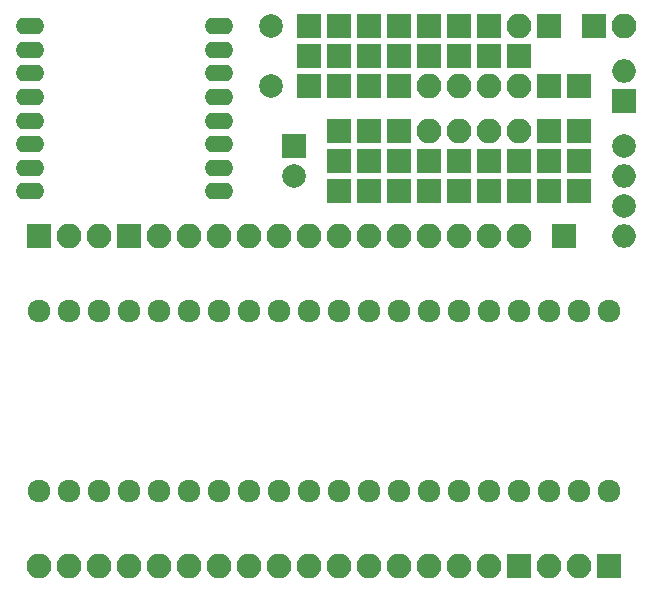
<source format=gbr>
G04 #@! TF.FileFunction,Soldermask,Top*
%FSLAX46Y46*%
G04 Gerber Fmt 4.6, Leading zero omitted, Abs format (unit mm)*
G04 Created by KiCad (PCBNEW 4.0.6-e0-6349~53~ubuntu16.04.1) date Sun Apr  2 13:26:43 2017*
%MOMM*%
%LPD*%
G01*
G04 APERTURE LIST*
%ADD10C,0.100000*%
%ADD11C,1.924000*%
%ADD12O,2.400000X1.400000*%
%ADD13C,2.000000*%
%ADD14O,2.000000X2.000000*%
%ADD15R,2.000000X2.000000*%
%ADD16R,2.100000X2.100000*%
%ADD17O,2.100000X2.100000*%
G04 APERTURE END LIST*
D10*
D11*
X87630000Y-97790000D03*
X90170000Y-97790000D03*
X92710000Y-97790000D03*
X95250000Y-97790000D03*
X97790000Y-97790000D03*
X100330000Y-97790000D03*
X102870000Y-97790000D03*
X105410000Y-97790000D03*
X107950000Y-97790000D03*
X110490000Y-97790000D03*
X113030000Y-97790000D03*
X115570000Y-97790000D03*
X118110000Y-97790000D03*
X120650000Y-97790000D03*
X123190000Y-97790000D03*
X125730000Y-97790000D03*
X128270000Y-97790000D03*
X130810000Y-97790000D03*
X133350000Y-97790000D03*
X135890000Y-97790000D03*
X135890000Y-82550000D03*
X133350000Y-82550000D03*
X130810000Y-82550000D03*
X128270000Y-82550000D03*
X125730000Y-82550000D03*
X123190000Y-82550000D03*
X120650000Y-82550000D03*
X118110000Y-82550000D03*
X115570000Y-82550000D03*
X113030000Y-82550000D03*
X110490000Y-82550000D03*
X107950000Y-82550000D03*
X105410000Y-82550000D03*
X102870000Y-82550000D03*
X100330000Y-82550000D03*
X97790000Y-82550000D03*
X95250000Y-82550000D03*
X92710000Y-82550000D03*
X90170000Y-82550000D03*
X87630000Y-82550000D03*
D12*
X102870000Y-72390000D03*
X102870000Y-70390000D03*
X102870000Y-68390000D03*
X102870000Y-66390000D03*
X102870000Y-64390000D03*
X102870000Y-62390000D03*
X102870000Y-60390000D03*
X102870000Y-58390000D03*
X86870000Y-58390000D03*
X86870000Y-60390000D03*
X86870000Y-62390000D03*
X86870000Y-64390000D03*
X86870000Y-66390000D03*
X86870000Y-68390000D03*
X86870000Y-70390000D03*
X86870000Y-72390000D03*
D13*
X107315000Y-58420000D03*
X107315000Y-63420000D03*
X137160000Y-68580000D03*
D14*
X137160000Y-71120000D03*
D13*
X137160000Y-73660000D03*
D14*
X137160000Y-76200000D03*
D15*
X109220000Y-68580000D03*
D13*
X109220000Y-71080000D03*
D16*
X130810000Y-58420000D03*
D17*
X128270000Y-58420000D03*
D16*
X134620000Y-58420000D03*
D17*
X137160000Y-58420000D03*
D15*
X137160000Y-64770000D03*
D14*
X137160000Y-62230000D03*
D16*
X128270000Y-104140000D03*
D17*
X125730000Y-104140000D03*
X123190000Y-104140000D03*
X120650000Y-104140000D03*
X118110000Y-104140000D03*
X115570000Y-104140000D03*
X113030000Y-104140000D03*
X110490000Y-104140000D03*
X107950000Y-104140000D03*
X105410000Y-104140000D03*
X102870000Y-104140000D03*
X100330000Y-104140000D03*
X97790000Y-104140000D03*
X95250000Y-104140000D03*
X92710000Y-104140000D03*
X90170000Y-104140000D03*
X87630000Y-104140000D03*
D16*
X135890000Y-104140000D03*
D17*
X133350000Y-104140000D03*
X130810000Y-104140000D03*
D16*
X87630000Y-76200000D03*
D17*
X90170000Y-76200000D03*
X92710000Y-76200000D03*
D16*
X132080000Y-76200000D03*
X95250000Y-76200000D03*
D17*
X97790000Y-76200000D03*
X100330000Y-76200000D03*
X102870000Y-76200000D03*
X105410000Y-76200000D03*
X107950000Y-76200000D03*
X110490000Y-76200000D03*
X113030000Y-76200000D03*
X115570000Y-76200000D03*
X118110000Y-76200000D03*
X120650000Y-76200000D03*
X123190000Y-76200000D03*
X125730000Y-76200000D03*
X128270000Y-76200000D03*
D16*
X118110000Y-67310000D03*
D17*
X120650000Y-67310000D03*
X123190000Y-67310000D03*
X125730000Y-67310000D03*
X128270000Y-67310000D03*
D16*
X118110000Y-63500000D03*
D17*
X120650000Y-63500000D03*
X123190000Y-63500000D03*
X125730000Y-63500000D03*
X128270000Y-63500000D03*
D16*
X115570000Y-69850000D03*
X118110000Y-69850000D03*
X120650000Y-69850000D03*
X123190000Y-69850000D03*
X125730000Y-69850000D03*
X128270000Y-69850000D03*
X130810000Y-72390000D03*
X133350000Y-72390000D03*
X133350000Y-69850000D03*
X133350000Y-67310000D03*
X133350000Y-63500000D03*
X115570000Y-63500000D03*
X113030000Y-63500000D03*
X113030000Y-60960000D03*
X118110000Y-60960000D03*
X120650000Y-60960000D03*
X123190000Y-60960000D03*
X125730000Y-60960000D03*
X123190000Y-58420000D03*
X120650000Y-58420000D03*
X118110000Y-58420000D03*
X115570000Y-58420000D03*
X130810000Y-69850000D03*
X128270000Y-72390000D03*
X130810000Y-67310000D03*
X128270000Y-60960000D03*
X125730000Y-58420000D03*
X130810000Y-63500000D03*
X125730000Y-72390000D03*
X123190000Y-72390000D03*
X120650000Y-72390000D03*
X118110000Y-72390000D03*
X115570000Y-72390000D03*
X115570000Y-60960000D03*
X113030000Y-58420000D03*
X113030000Y-72390000D03*
X113030000Y-69850000D03*
X113030000Y-67310000D03*
X115570000Y-67310000D03*
X110490000Y-63500000D03*
X110490000Y-60960000D03*
X110490000Y-58420000D03*
M02*

</source>
